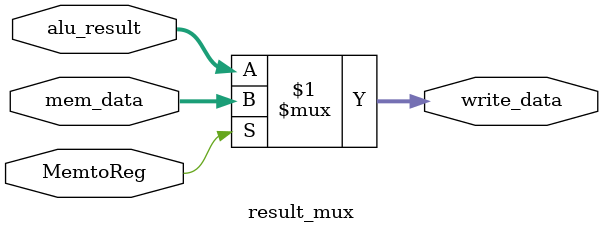
<source format=v>
module result_mux (
    input  wire [31:0] alu_result,
    input  wire [31:0] mem_data,
    input  wire        MemtoReg,
    output wire [31:0] write_data
);

    assign write_data = (MemtoReg) ? mem_data : alu_result;

endmodule

</source>
